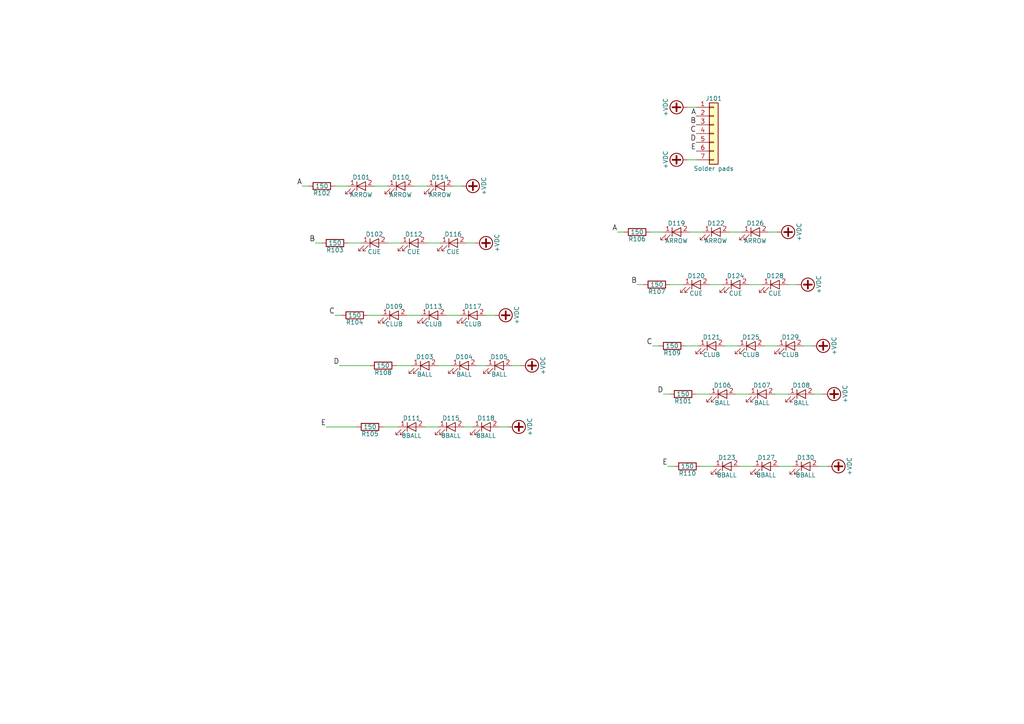
<source format=kicad_sch>
(kicad_sch (version 20211123) (generator eeschema)
  (paper "A4")
  (lib_symbols
    (symbol "8BallLEDPCB-rescue:+VDC" (power) (pin_names (offset 0))
      (property "Value" "+VDC" (at 0 6.35 0))
      (symbol "+VDC_0_1"
        (polyline (pts (xy -1.143 3.175) (xy 1.143 3.175)) (stroke (width 0.508)))
        (polyline (pts (xy 0 0) (xy 0 1.27)))
        (polyline (pts (xy 0 2.032) (xy 0 4.318)) (stroke (width 0.508)))
        (circle (center 0 3.175) (radius 1.905) (stroke (width 0.254)))
      )
      (symbol "+VDC_1_1"
        (pin power_in line (at 0 0 90) (length 0) hide (name "+VDC") (number "1"))
      )
    )
    (symbol "8BallLEDPCB-rescue:Conn_01x07" (pin_names (offset 1.016) hide)
      (property "Reference" "J" (at 0 10.16 0))
      (property "Value" "Conn_01x07" (at 0 -10.16 0))
      (symbol "Conn_01x07_1_1"
        (rectangle (start -1.27 -7.493) (end 0 -7.747) (stroke (width 0.1524)))
        (rectangle (start -1.27 -4.953) (end 0 -5.207) (stroke (width 0.1524)))
        (rectangle (start -1.27 -2.413) (end 0 -2.667) (stroke (width 0.1524)))
        (rectangle (start -1.27 0.127) (end 0 -0.127) (stroke (width 0.1524)))
        (rectangle (start -1.27 2.667) (end 0 2.413) (stroke (width 0.1524)))
        (rectangle (start -1.27 5.207) (end 0 4.953) (stroke (width 0.1524)))
        (rectangle (start -1.27 7.747) (end 0 7.493) (stroke (width 0.1524)))
        (rectangle (start -1.27 8.89) (end 1.27 -8.89) (stroke (width 0.254)) (fill (type background)))
        (pin passive line (at -5.08 7.62 0) (length 3.81) (name "Pin_1") (number "1"))
        (pin passive line (at -5.08 5.08 0) (length 3.81) (name "Pin_2") (number "2"))
        (pin passive line (at -5.08 2.54 0) (length 3.81) (name "Pin_3") (number "3"))
        (pin passive line (at -5.08 0 0) (length 3.81) (name "Pin_4") (number "4"))
        (pin passive line (at -5.08 -2.54 0) (length 3.81) (name "Pin_5") (number "5"))
        (pin passive line (at -5.08 -5.08 0) (length 3.81) (name "Pin_6") (number "6"))
        (pin passive line (at -5.08 -7.62 0) (length 3.81) (name "Pin_7") (number "7"))
      )
    )
    (symbol "8BallLEDPCB-rescue:LED" (pin_names (offset 1.016) hide)
      (property "Reference" "D" (at 0 2.54 0))
      (property "Value" "LED" (at 0 -2.54 0))
      (symbol "LED_0_1"
        (polyline (pts (xy -1.27 -1.27) (xy -1.27 1.27)) (stroke (width 0.2032)))
        (polyline (pts (xy -1.27 0) (xy 1.27 0)))
        (polyline (pts (xy 1.27 -1.27) (xy 1.27 1.27) (xy -1.27 0) (xy 1.27 -1.27)) (stroke (width 0.2032)))
        (polyline (pts (xy -3.048 -0.762) (xy -4.572 -2.286) (xy -3.81 -2.286) (xy -4.572 -2.286) (xy -4.572 -1.524)))
        (polyline (pts (xy -1.778 -0.762) (xy -3.302 -2.286) (xy -2.54 -2.286) (xy -3.302 -2.286) (xy -3.302 -1.524)))
      )
      (symbol "LED_1_1"
        (pin passive line (at -3.81 0 0) (length 2.54) (name "K") (number "1"))
        (pin passive line (at 3.81 0 180) (length 2.54) (name "A") (number "2"))
      )
    )
    (symbol "8BallLEDPCB-rescue:R" (pin_numbers hide) (pin_names (offset 0))
      (property "Reference" "R" (at 2.032 0 90))
      (property "Value" "R" (at 0 0 90))
      (symbol "R_0_1"
        (rectangle (start -1.016 -2.54) (end 1.016 2.54) (stroke (width 0.254)))
      )
      (symbol "R_1_1"
        (pin passive line (at 0 3.81 270) (length 1.27) (name "~") (number "1"))
        (pin passive line (at 0 -3.81 90) (length 1.27) (name "~") (number "2"))
      )
    )
  )
  (wire (pts (xy 97.155 53.975) (xy 100.965 53.975)))
  (wire (pts (xy 148.59 106.045) (xy 151.13 106.045)))
  (wire (pts (xy 123.825 70.485) (xy 127.635 70.485)))
  (wire (pts (xy 199.39 31.115) (xy 201.93 31.115)))
  (wire (pts (xy 198.755 100.33) (xy 202.565 100.33)))
  (wire (pts (xy 194.31 82.55) (xy 198.12 82.55)))
  (wire (pts (xy 211.455 67.31) (xy 215.265 67.31)))
  (wire (pts (xy 228.6 82.55) (xy 231.14 82.55)))
  (wire (pts (xy 120.015 53.975) (xy 123.825 53.975)))
  (wire (pts (xy 131.445 53.975) (xy 133.985 53.975)))
  (wire (pts (xy 237.49 135.255) (xy 240.03 135.255)))
  (wire (pts (xy 192.405 114.3) (xy 194.31 114.3)))
  (wire (pts (xy 114.935 106.045) (xy 119.38 106.045)))
  (wire (pts (xy 236.22 114.3) (xy 238.76 114.3)))
  (wire (pts (xy 87.63 53.975) (xy 89.535 53.975)))
  (wire (pts (xy 179.07 67.31) (xy 180.975 67.31)))
  (wire (pts (xy 224.79 114.3) (xy 228.6 114.3)))
  (wire (pts (xy 106.68 91.44) (xy 110.49 91.44)))
  (wire (pts (xy 97.155 91.44) (xy 99.06 91.44)))
  (wire (pts (xy 123.19 123.825) (xy 127 123.825)))
  (wire (pts (xy 203.2 135.255) (xy 207.01 135.255)))
  (wire (pts (xy 98.425 106.045) (xy 107.315 106.045)))
  (wire (pts (xy 189.23 100.33) (xy 191.135 100.33)))
  (wire (pts (xy 100.965 70.485) (xy 104.775 70.485)))
  (wire (pts (xy 140.97 91.44) (xy 143.51 91.44)))
  (wire (pts (xy 214.63 135.255) (xy 218.44 135.255)))
  (wire (pts (xy 205.74 82.55) (xy 209.55 82.55)))
  (wire (pts (xy 135.255 70.485) (xy 137.795 70.485)))
  (wire (pts (xy 129.54 91.44) (xy 133.35 91.44)))
  (wire (pts (xy 108.585 53.975) (xy 112.395 53.975)))
  (wire (pts (xy 188.595 67.31) (xy 192.405 67.31)))
  (wire (pts (xy 91.44 70.485) (xy 93.345 70.485)))
  (wire (pts (xy 226.06 135.255) (xy 229.87 135.255)))
  (wire (pts (xy 111.125 123.825) (xy 115.57 123.825)))
  (wire (pts (xy 222.885 67.31) (xy 225.425 67.31)))
  (wire (pts (xy 200.025 67.31) (xy 203.835 67.31)))
  (wire (pts (xy 134.62 123.825) (xy 137.16 123.825)))
  (wire (pts (xy 127 106.045) (xy 130.81 106.045)))
  (wire (pts (xy 94.615 123.825) (xy 103.505 123.825)))
  (wire (pts (xy 144.78 123.825) (xy 147.32 123.825)))
  (wire (pts (xy 201.93 114.3) (xy 205.74 114.3)))
  (wire (pts (xy 221.615 100.33) (xy 225.425 100.33)))
  (wire (pts (xy 118.11 91.44) (xy 121.92 91.44)))
  (wire (pts (xy 233.045 100.33) (xy 235.585 100.33)))
  (wire (pts (xy 210.185 100.33) (xy 213.995 100.33)))
  (wire (pts (xy 217.17 82.55) (xy 220.98 82.55)))
  (wire (pts (xy 112.395 70.485) (xy 116.205 70.485)))
  (wire (pts (xy 213.36 114.3) (xy 217.17 114.3)))
  (wire (pts (xy 138.43 106.045) (xy 140.97 106.045)))
  (wire (pts (xy 201.93 46.355) (xy 199.39 46.355)))
  (wire (pts (xy 184.785 82.55) (xy 186.69 82.55)))
  (wire (pts (xy 193.675 135.255) (xy 195.58 135.255)))
  (label "A" (at 87.63 53.975 180) (effects (font (size 1.524 1.524))))
  (label "D" (at 98.425 106.045 180) (effects (font (size 1.524 1.524))))
  (label "A" (at 201.93 33.655 180) (effects (font (size 1.524 1.524))))
  (label "C" (at 189.23 100.33 180) (effects (font (size 1.524 1.524))))
  (label "A" (at 179.07 67.31 180) (effects (font (size 1.524 1.524))))
  (label "E" (at 193.675 135.255 180) (effects (font (size 1.524 1.524))))
  (label "D" (at 201.93 41.275 180) (effects (font (size 1.524 1.524))))
  (label "E" (at 201.93 43.815 180) (effects (font (size 1.524 1.524))))
  (label "D" (at 192.405 114.3 180) (effects (font (size 1.524 1.524))))
  (label "E" (at 94.615 123.825 180) (effects (font (size 1.524 1.524))))
  (label "B" (at 184.785 82.55 180) (effects (font (size 1.524 1.524))))
  (label "C" (at 201.93 38.735 180) (effects (font (size 1.524 1.524))))
  (label "B" (at 91.44 70.485 180) (effects (font (size 1.524 1.524))))
  (label "C" (at 97.155 91.44 180) (effects (font (size 1.524 1.524))))
  (label "B" (at 201.93 36.195 180) (effects (font (size 1.524 1.524))))
  (symbol (lib_id "8BallLEDPCB-rescue:Conn_01x07") (at 207.01 38.735 0) (unit 1)
    (property "Reference" "J101" (at 207.01 28.575 0))
    (property "Value" "Solder pads" (at 207.01 48.895 0))
    (property "Footprint" "SolderPads:PowerPlus5X2" (effects hide))
  )
  (symbol (lib_id "8BallLEDPCB-rescue:+VDC") (at 199.39 31.115 90) (unit 1)
    (property "Reference" "#PWR01" (effects hide))
    (property "Value" "+VDC" (at 193.04 31.115 0))
  )
  (symbol (lib_id "8BallLEDPCB-rescue:R") (at 111.125 106.045 270) (unit 1)
    (property "Reference" "R108" (at 111.125 108.077 90))
    (property "Value" "150" (at 111.125 106.045 90))
    (property "Footprint" "Resistors_SMD:R_0603" (effects hide))
    (property "Mouser Part Number" "603-RT0603FRE13150RL" (effects hide))
  )
  (symbol (lib_id "8BallLEDPCB-rescue:LED") (at 123.19 106.045 0) (unit 1)
    (property "Reference" "D103" (at 123.19 103.505 0))
    (property "Value" "BALL" (at 123.19 108.585 0))
    (property "Footprint" "LEDs:LED_1206" (effects hide))
    (property "Mouser Part Number" "743-S126AT5UW" (effects hide))
  )
  (symbol (lib_id "8BallLEDPCB-rescue:LED") (at 134.62 106.045 0) (unit 1)
    (property "Reference" "D104" (at 134.62 103.505 0))
    (property "Value" "BALL" (at 134.62 108.585 0))
    (property "Footprint" "LEDs:LED_1206" (effects hide))
    (property "Mouser Part Number" "743-S126AT5UW" (effects hide))
  )
  (symbol (lib_id "8BallLEDPCB-rescue:LED") (at 144.78 106.045 0) (unit 1)
    (property "Reference" "D105" (at 144.78 103.505 0))
    (property "Value" "BALL" (at 144.78 108.585 0))
    (property "Footprint" "LEDs:LED_1206" (effects hide))
    (property "Mouser Part Number" "743-S126AT5UW" (effects hide))
  )
  (symbol (lib_id "8BallLEDPCB-rescue:+VDC") (at 151.13 106.045 270) (unit 1)
    (property "Reference" "#PWR02" (effects hide))
    (property "Value" "+VDC" (at 157.48 106.045 0))
  )
  (symbol (lib_id "8BallLEDPCB-rescue:R") (at 198.12 114.3 270) (unit 1)
    (property "Reference" "R101" (at 198.12 116.332 90))
    (property "Value" "150" (at 198.12 114.3 90))
    (property "Footprint" "Resistors_SMD:R_0603" (effects hide))
    (property "Mouser Part Number" "603-RT0603FRE13150RL" (effects hide))
  )
  (symbol (lib_id "8BallLEDPCB-rescue:LED") (at 209.55 114.3 0) (unit 1)
    (property "Reference" "D106" (at 209.55 111.76 0))
    (property "Value" "BALL" (at 209.55 116.84 0))
    (property "Footprint" "LEDs:LED_1206" (effects hide))
    (property "Mouser Part Number" "743-S126AT5UW" (effects hide))
  )
  (symbol (lib_id "8BallLEDPCB-rescue:LED") (at 220.98 114.3 0) (unit 1)
    (property "Reference" "D107" (at 220.98 111.76 0))
    (property "Value" "BALL" (at 220.98 116.84 0))
    (property "Footprint" "LEDs:LED_1206" (effects hide))
    (property "Mouser Part Number" "743-S126AT5UW" (effects hide))
  )
  (symbol (lib_id "8BallLEDPCB-rescue:LED") (at 232.41 114.3 0) (unit 1)
    (property "Reference" "D108" (at 232.41 111.76 0))
    (property "Value" "BALL" (at 232.41 116.84 0))
    (property "Footprint" "LEDs:LED_1206" (effects hide))
    (property "Mouser Part Number" "743-S126AT5UW" (effects hide))
  )
  (symbol (lib_id "8BallLEDPCB-rescue:+VDC") (at 238.76 114.3 270) (unit 1)
    (property "Reference" "#PWR03" (effects hide))
    (property "Value" "+VDC" (at 245.11 114.3 0))
  )
  (symbol (lib_id "8BallLEDPCB-rescue:R") (at 199.39 135.255 270) (unit 1)
    (property "Reference" "R110" (at 199.39 137.287 90))
    (property "Value" "150" (at 199.39 135.255 90))
    (property "Footprint" "Resistors_SMD:R_0603" (effects hide))
    (property "Mouser Part Number" "603-RT0603FRE13150RL" (effects hide))
  )
  (symbol (lib_id "8BallLEDPCB-rescue:LED") (at 210.82 135.255 0) (unit 1)
    (property "Reference" "D123" (at 210.82 132.715 0))
    (property "Value" "8BALL" (at 210.82 137.795 0))
    (property "Footprint" "LEDs:LED_1206" (effects hide))
    (property "Mouser Part Number" "743-S126AT5UW" (effects hide))
  )
  (symbol (lib_id "8BallLEDPCB-rescue:LED") (at 222.25 135.255 0) (unit 1)
    (property "Reference" "D127" (at 222.25 132.715 0))
    (property "Value" "8BALL" (at 222.25 137.795 0))
    (property "Footprint" "LEDs:LED_1206" (effects hide))
    (property "Mouser Part Number" "743-S126AT5UW" (effects hide))
  )
  (symbol (lib_id "8BallLEDPCB-rescue:LED") (at 233.68 135.255 0) (unit 1)
    (property "Reference" "D130" (at 233.68 132.715 0))
    (property "Value" "8BALL" (at 233.68 137.795 0))
    (property "Footprint" "LEDs:LED_1206" (effects hide))
    (property "Mouser Part Number" "743-S126AT5UW" (effects hide))
  )
  (symbol (lib_id "8BallLEDPCB-rescue:+VDC") (at 240.03 135.255 270) (unit 1)
    (property "Reference" "#PWR04" (effects hide))
    (property "Value" "+VDC" (at 246.38 135.255 0))
  )
  (symbol (lib_id "8BallLEDPCB-rescue:R") (at 107.315 123.825 270) (unit 1)
    (property "Reference" "R105" (at 107.315 125.857 90))
    (property "Value" "150" (at 107.315 123.825 90))
    (property "Footprint" "Resistors_SMD:R_0603" (effects hide))
    (property "Mouser Part Number" "603-RT0603FRE13150RL" (effects hide))
  )
  (symbol (lib_id "8BallLEDPCB-rescue:LED") (at 119.38 123.825 0) (unit 1)
    (property "Reference" "D111" (at 119.38 121.285 0))
    (property "Value" "8BALL" (at 119.38 126.365 0))
    (property "Footprint" "LEDs:LED_1206" (effects hide))
    (property "Mouser Part Number" "743-S126AT5UW" (effects hide))
  )
  (symbol (lib_id "8BallLEDPCB-rescue:LED") (at 130.81 123.825 0) (unit 1)
    (property "Reference" "D115" (at 130.81 121.285 0))
    (property "Value" "8BALL" (at 130.81 126.365 0))
    (property "Footprint" "LEDs:LED_1206" (effects hide))
    (property "Mouser Part Number" "743-S126AT5UW" (effects hide))
  )
  (symbol (lib_id "8BallLEDPCB-rescue:LED") (at 140.97 123.825 0) (unit 1)
    (property "Reference" "D118" (at 140.97 121.285 0))
    (property "Value" "8BALL" (at 140.97 126.365 0))
    (property "Footprint" "LEDs:LED_1206" (effects hide))
    (property "Mouser Part Number" "743-S126AT5UW" (effects hide))
  )
  (symbol (lib_id "8BallLEDPCB-rescue:+VDC") (at 147.32 123.825 270) (unit 1)
    (property "Reference" "#PWR05" (effects hide))
    (property "Value" "+VDC" (at 153.67 123.825 0))
  )
  (symbol (lib_id "8BallLEDPCB-rescue:R") (at 194.945 100.33 270) (unit 1)
    (property "Reference" "R109" (at 194.945 102.362 90))
    (property "Value" "150" (at 194.945 100.33 90))
    (property "Footprint" "Resistors_SMD:R_0603" (effects hide))
    (property "Mouser Part Number" "603-RT0603FRE13150RL" (effects hide))
  )
  (symbol (lib_id "8BallLEDPCB-rescue:LED") (at 206.375 100.33 0) (unit 1)
    (property "Reference" "D121" (at 206.375 97.79 0))
    (property "Value" "CLUB" (at 206.375 102.87 0))
    (property "Footprint" "LEDs:LED_1206" (effects hide))
    (property "Mouser Part Number" "743-S126AT5UW" (effects hide))
  )
  (symbol (lib_id "8BallLEDPCB-rescue:LED") (at 217.805 100.33 0) (unit 1)
    (property "Reference" "D125" (at 217.805 97.79 0))
    (property "Value" "CLUB" (at 217.805 102.87 0))
    (property "Footprint" "LEDs:LED_1206" (effects hide))
    (property "Mouser Part Number" "743-S126AT5UW" (effects hide))
  )
  (symbol (lib_id "8BallLEDPCB-rescue:LED") (at 229.235 100.33 0) (unit 1)
    (property "Reference" "D129" (at 229.235 97.79 0))
    (property "Value" "CLUB" (at 229.235 102.87 0))
    (property "Footprint" "LEDs:LED_1206" (effects hide))
    (property "Mouser Part Number" "743-S126AT5UW" (effects hide))
  )
  (symbol (lib_id "8BallLEDPCB-rescue:+VDC") (at 235.585 100.33 270) (unit 1)
    (property "Reference" "#PWR06" (effects hide))
    (property "Value" "+VDC" (at 241.935 100.33 0))
  )
  (symbol (lib_id "8BallLEDPCB-rescue:R") (at 102.87 91.44 270) (unit 1)
    (property "Reference" "R104" (at 102.87 93.472 90))
    (property "Value" "150" (at 102.87 91.44 90))
    (property "Footprint" "Resistors_SMD:R_0603" (effects hide))
    (property "Mouser Part Number" "603-RT0603FRE13150RL" (effects hide))
  )
  (symbol (lib_id "8BallLEDPCB-rescue:LED") (at 114.3 91.44 0) (unit 1)
    (property "Reference" "D109" (at 114.3 88.9 0))
    (property "Value" "CLUB" (at 114.3 93.98 0))
    (property "Footprint" "LEDs:LED_1206" (effects hide))
    (property "Mouser Part Number" "743-S126AT5UW" (effects hide))
  )
  (symbol (lib_id "8BallLEDPCB-rescue:LED") (at 125.73 91.44 0) (unit 1)
    (property "Reference" "D113" (at 125.73 88.9 0))
    (property "Value" "CLUB" (at 125.73 93.98 0))
    (property "Footprint" "LEDs:LED_1206" (effects hide))
    (property "Mouser Part Number" "743-S126AT5UW" (effects hide))
  )
  (symbol (lib_id "8BallLEDPCB-rescue:LED") (at 137.16 91.44 0) (unit 1)
    (property "Reference" "D117" (at 137.16 88.9 0))
    (property "Value" "CLUB" (at 137.16 93.98 0))
    (property "Footprint" "LEDs:LED_1206" (effects hide))
    (property "Mouser Part Number" "743-S126AT5UW" (effects hide))
  )
  (symbol (lib_id "8BallLEDPCB-rescue:+VDC") (at 143.51 91.44 270) (unit 1)
    (property "Reference" "#PWR07" (effects hide))
    (property "Value" "+VDC" (at 149.86 91.44 0))
  )
  (symbol (lib_id "8BallLEDPCB-rescue:R") (at 97.155 70.485 270) (unit 1)
    (property "Reference" "R103" (at 97.155 72.517 90))
    (property "Value" "150" (at 97.155 70.485 90))
    (property "Footprint" "Resistors_SMD:R_0603" (effects hide))
    (property "Mouser Part Number" "603-RT0603FRE13150RL" (effects hide))
  )
  (symbol (lib_id "8BallLEDPCB-rescue:LED") (at 108.585 70.485 0) (unit 1)
    (property "Reference" "D102" (at 108.585 67.945 0))
    (property "Value" "CUE" (at 108.585 73.025 0))
    (property "Footprint" "LEDs:LED_1206" (effects hide))
    (property "Mouser Part Number" "743-S126AT5UW" (effects hide))
  )
  (symbol (lib_id "8BallLEDPCB-rescue:LED") (at 120.015 70.485 0) (unit 1)
    (property "Reference" "D112" (at 120.015 67.945 0))
    (property "Value" "CUE" (at 120.015 73.025 0))
    (property "Footprint" "LEDs:LED_1206" (effects hide))
    (property "Mouser Part Number" "743-S126AT5UW" (effects hide))
  )
  (symbol (lib_id "8BallLEDPCB-rescue:LED") (at 131.445 70.485 0) (unit 1)
    (property "Reference" "D116" (at 131.445 67.945 0))
    (property "Value" "CUE" (at 131.445 73.025 0))
    (property "Footprint" "LEDs:LED_1206" (effects hide))
    (property "Mouser Part Number" "743-S126AT5UW" (effects hide))
  )
  (symbol (lib_id "8BallLEDPCB-rescue:+VDC") (at 137.795 70.485 270) (unit 1)
    (property "Reference" "#PWR08" (effects hide))
    (property "Value" "+VDC" (at 144.145 70.485 0))
  )
  (symbol (lib_id "8BallLEDPCB-rescue:R") (at 93.345 53.975 270) (unit 1)
    (property "Reference" "R102" (at 93.345 56.007 90))
    (property "Value" "150" (at 93.345 53.975 90))
    (property "Footprint" "Resistors_SMD:R_0603" (effects hide))
    (property "Mouser Part Number" "603-RT0603FRE13150RL" (effects hide))
  )
  (symbol (lib_id "8BallLEDPCB-rescue:LED") (at 104.775 53.975 0) (unit 1)
    (property "Reference" "D101" (at 104.775 51.435 0))
    (property "Value" "ARROW" (at 104.775 56.515 0))
    (property "Footprint" "LEDs:LED_1206" (effects hide))
    (property "Mouser Part Number" "743-S126AT5UW" (effects hide))
  )
  (symbol (lib_id "8BallLEDPCB-rescue:LED") (at 116.205 53.975 0) (unit 1)
    (property "Reference" "D110" (at 116.205 51.435 0))
    (property "Value" "ARROW" (at 116.205 56.515 0))
    (property "Footprint" "LEDs:LED_1206" (effects hide))
    (property "Mouser Part Number" "743-S126AT5UW" (effects hide))
  )
  (symbol (lib_id "8BallLEDPCB-rescue:LED") (at 127.635 53.975 0) (unit 1)
    (property "Reference" "D114" (at 127.635 51.435 0))
    (property "Value" "ARROW" (at 127.635 56.515 0))
    (property "Footprint" "LEDs:LED_1206" (effects hide))
    (property "Mouser Part Number" "743-S126AT5UW" (effects hide))
  )
  (symbol (lib_id "8BallLEDPCB-rescue:+VDC") (at 133.985 53.975 270) (unit 1)
    (property "Reference" "#PWR09" (effects hide))
    (property "Value" "+VDC" (at 140.335 53.975 0))
  )
  (symbol (lib_id "8BallLEDPCB-rescue:R") (at 190.5 82.55 270) (unit 1)
    (property "Reference" "R107" (at 190.5 84.582 90))
    (property "Value" "150" (at 190.5 82.55 90))
    (property "Footprint" "Resistors_SMD:R_0603" (effects hide))
    (property "Mouser Part Number" "603-RT0603FRE13150RL" (effects hide))
  )
  (symbol (lib_id "8BallLEDPCB-rescue:LED") (at 201.93 82.55 0) (unit 1)
    (property "Reference" "D120" (at 201.93 80.01 0))
    (property "Value" "CUE" (at 201.93 85.09 0))
    (property "Footprint" "LEDs:LED_1206" (effects hide))
    (property "Mouser Part Number" "743-S126AT5UW" (effects hide))
  )
  (symbol (lib_id "8BallLEDPCB-rescue:LED") (at 213.36 82.55 0) (unit 1)
    (property "Reference" "D124" (at 213.36 80.01 0))
    (property "Value" "CUE" (at 213.36 85.09 0))
    (property "Footprint" "LEDs:LED_1206" (effects hide))
    (property "Mouser Part Number" "743-S126AT5UW" (effects hide))
  )
  (symbol (lib_id "8BallLEDPCB-rescue:LED") (at 224.79 82.55 0) (unit 1)
    (property "Reference" "D128" (at 224.79 80.01 0))
    (property "Value" "CUE" (at 224.79 85.09 0))
    (property "Footprint" "LEDs:LED_1206" (effects hide))
    (property "Mouser Part Number" "743-S126AT5UW" (effects hide))
  )
  (symbol (lib_id "8BallLEDPCB-rescue:+VDC") (at 231.14 82.55 270) (unit 1)
    (property "Reference" "#PWR010" (effects hide))
    (property "Value" "+VDC" (at 237.49 82.55 0))
  )
  (symbol (lib_id "8BallLEDPCB-rescue:R") (at 184.785 67.31 270) (unit 1)
    (property "Reference" "R106" (at 184.785 69.342 90))
    (property "Value" "150" (at 184.785 67.31 90))
    (property "Footprint" "Resistors_SMD:R_0603" (effects hide))
    (property "Mouser Part Number" "603-RT0603FRE13150RL" (effects hide))
  )
  (symbol (lib_id "8BallLEDPCB-rescue:LED") (at 196.215 67.31 0) (unit 1)
    (property "Reference" "D119" (at 196.215 64.77 0))
    (property "Value" "ARROW" (at 196.215 69.85 0))
    (property "Footprint" "LEDs:LED_1206" (effects hide))
    (property "Mouser Part Number" "743-S126AT5UW" (effects hide))
  )
  (symbol (lib_id "8BallLEDPCB-rescue:LED") (at 207.645 67.31 0) (unit 1)
    (property "Reference" "D122" (at 207.645 64.77 0))
    (property "Value" "ARROW" (at 207.645 69.85 0))
    (property "Footprint" "LEDs:LED_1206" (effects hide))
    (property "Mouser Part Number" "743-S126AT5UW" (effects hide))
  )
  (symbol (lib_id "8BallLEDPCB-rescue:LED") (at 219.075 67.31 0) (unit 1)
    (property "Reference" "D126" (at 219.075 64.77 0))
    (property "Value" "ARROW" (at 219.075 69.85 0))
    (property "Footprint" "LEDs:LED_1206" (effects hide))
    (property "Mouser Part Number" "743-S126AT5UW" (effects hide))
  )
  (symbol (lib_id "8BallLEDPCB-rescue:+VDC") (at 225.425 67.31 270) (unit 1)
    (property "Reference" "#PWR011" (effects hide))
    (property "Value" "+VDC" (at 231.775 67.31 0))
  )
  (symbol (lib_id "8BallLEDPCB-rescue:+VDC") (at 199.39 46.355 90) (unit 1)
    (property "Reference" "#PWR012" (effects hide))
    (property "Value" "+VDC" (at 193.04 46.355 0))
  )
)
</source>
